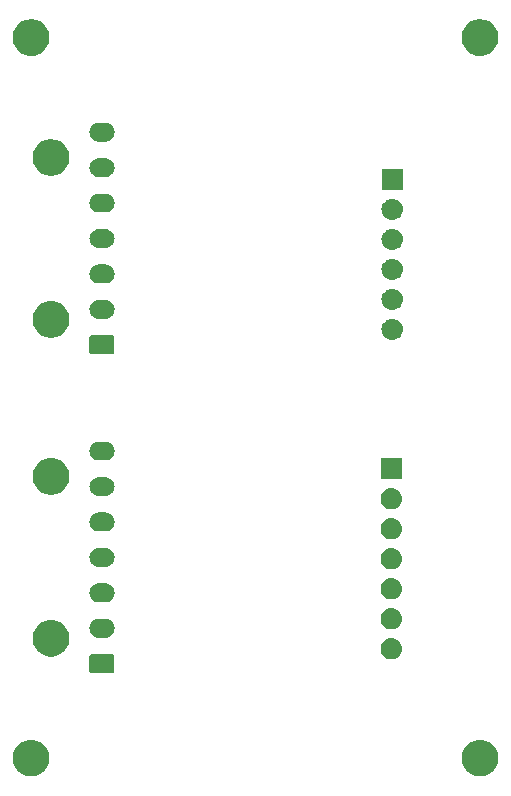
<source format=gbr>
G04 #@! TF.GenerationSoftware,KiCad,Pcbnew,(5.1.4)-1*
G04 #@! TF.CreationDate,2019-11-16T16:56:25-06:00*
G04 #@! TF.ProjectId,ScrutineeringBoard,53637275-7469-46e6-9565-72696e67426f,rev?*
G04 #@! TF.SameCoordinates,Original*
G04 #@! TF.FileFunction,Soldermask,Top*
G04 #@! TF.FilePolarity,Negative*
%FSLAX46Y46*%
G04 Gerber Fmt 4.6, Leading zero omitted, Abs format (unit mm)*
G04 Created by KiCad (PCBNEW (5.1.4)-1) date 2019-11-16 16:56:25*
%MOMM*%
%LPD*%
G04 APERTURE LIST*
%ADD10C,0.100000*%
G04 APERTURE END LIST*
D10*
G36*
X162302585Y-149478802D02*
G01*
X162452410Y-149508604D01*
X162734674Y-149625521D01*
X162988705Y-149795259D01*
X163204741Y-150011295D01*
X163374479Y-150265326D01*
X163491396Y-150547590D01*
X163551000Y-150847240D01*
X163551000Y-151152760D01*
X163491396Y-151452410D01*
X163374479Y-151734674D01*
X163204741Y-151988705D01*
X162988705Y-152204741D01*
X162734674Y-152374479D01*
X162452410Y-152491396D01*
X162302585Y-152521198D01*
X162152761Y-152551000D01*
X161847239Y-152551000D01*
X161697415Y-152521198D01*
X161547590Y-152491396D01*
X161265326Y-152374479D01*
X161011295Y-152204741D01*
X160795259Y-151988705D01*
X160625521Y-151734674D01*
X160508604Y-151452410D01*
X160449000Y-151152760D01*
X160449000Y-150847240D01*
X160508604Y-150547590D01*
X160625521Y-150265326D01*
X160795259Y-150011295D01*
X161011295Y-149795259D01*
X161265326Y-149625521D01*
X161547590Y-149508604D01*
X161697415Y-149478802D01*
X161847239Y-149449000D01*
X162152761Y-149449000D01*
X162302585Y-149478802D01*
X162302585Y-149478802D01*
G37*
G36*
X124302585Y-149478802D02*
G01*
X124452410Y-149508604D01*
X124734674Y-149625521D01*
X124988705Y-149795259D01*
X125204741Y-150011295D01*
X125374479Y-150265326D01*
X125491396Y-150547590D01*
X125551000Y-150847240D01*
X125551000Y-151152760D01*
X125491396Y-151452410D01*
X125374479Y-151734674D01*
X125204741Y-151988705D01*
X124988705Y-152204741D01*
X124734674Y-152374479D01*
X124452410Y-152491396D01*
X124302585Y-152521198D01*
X124152761Y-152551000D01*
X123847239Y-152551000D01*
X123697415Y-152521198D01*
X123547590Y-152491396D01*
X123265326Y-152374479D01*
X123011295Y-152204741D01*
X122795259Y-151988705D01*
X122625521Y-151734674D01*
X122508604Y-151452410D01*
X122449000Y-151152760D01*
X122449000Y-150847240D01*
X122508604Y-150547590D01*
X122625521Y-150265326D01*
X122795259Y-150011295D01*
X123011295Y-149795259D01*
X123265326Y-149625521D01*
X123547590Y-149508604D01*
X123697415Y-149478802D01*
X123847239Y-149449000D01*
X124152761Y-149449000D01*
X124302585Y-149478802D01*
X124302585Y-149478802D01*
G37*
G36*
X130913048Y-142203122D02*
G01*
X130947387Y-142213539D01*
X130979036Y-142230456D01*
X131006778Y-142253222D01*
X131029544Y-142280964D01*
X131046461Y-142312613D01*
X131056878Y-142346952D01*
X131061000Y-142388807D01*
X131061000Y-143611193D01*
X131056878Y-143653048D01*
X131046461Y-143687387D01*
X131029544Y-143719036D01*
X131006778Y-143746778D01*
X130979036Y-143769544D01*
X130947387Y-143786461D01*
X130913048Y-143796878D01*
X130871193Y-143801000D01*
X129128807Y-143801000D01*
X129086952Y-143796878D01*
X129052613Y-143786461D01*
X129020964Y-143769544D01*
X128993222Y-143746778D01*
X128970456Y-143719036D01*
X128953539Y-143687387D01*
X128943122Y-143653048D01*
X128939000Y-143611193D01*
X128939000Y-142388807D01*
X128943122Y-142346952D01*
X128953539Y-142312613D01*
X128970456Y-142280964D01*
X128993222Y-142253222D01*
X129020964Y-142230456D01*
X129052613Y-142213539D01*
X129086952Y-142203122D01*
X129128807Y-142199000D01*
X130871193Y-142199000D01*
X130913048Y-142203122D01*
X130913048Y-142203122D01*
G37*
G36*
X154610443Y-140845519D02*
G01*
X154676627Y-140852037D01*
X154846466Y-140903557D01*
X155002991Y-140987222D01*
X155021924Y-141002760D01*
X155140186Y-141099814D01*
X155223448Y-141201271D01*
X155252778Y-141237009D01*
X155336443Y-141393534D01*
X155387963Y-141563373D01*
X155405359Y-141740000D01*
X155387963Y-141916627D01*
X155336443Y-142086466D01*
X155252778Y-142242991D01*
X155224702Y-142277202D01*
X155140186Y-142380186D01*
X155038729Y-142463448D01*
X155002991Y-142492778D01*
X154846466Y-142576443D01*
X154676627Y-142627963D01*
X154610442Y-142634482D01*
X154544260Y-142641000D01*
X154455740Y-142641000D01*
X154389558Y-142634482D01*
X154323373Y-142627963D01*
X154153534Y-142576443D01*
X153997009Y-142492778D01*
X153961271Y-142463448D01*
X153859814Y-142380186D01*
X153775298Y-142277202D01*
X153747222Y-142242991D01*
X153663557Y-142086466D01*
X153612037Y-141916627D01*
X153594641Y-141740000D01*
X153612037Y-141563373D01*
X153663557Y-141393534D01*
X153747222Y-141237009D01*
X153776552Y-141201271D01*
X153859814Y-141099814D01*
X153978076Y-141002760D01*
X153997009Y-140987222D01*
X154153534Y-140903557D01*
X154323373Y-140852037D01*
X154389557Y-140845519D01*
X154455740Y-140839000D01*
X154544260Y-140839000D01*
X154610443Y-140845519D01*
X154610443Y-140845519D01*
G37*
G36*
X125982585Y-139328802D02*
G01*
X126132410Y-139358604D01*
X126414674Y-139475521D01*
X126668705Y-139645259D01*
X126884741Y-139861295D01*
X127054479Y-140115326D01*
X127171396Y-140397590D01*
X127231000Y-140697240D01*
X127231000Y-141002760D01*
X127171396Y-141302410D01*
X127054479Y-141584674D01*
X126884741Y-141838705D01*
X126668705Y-142054741D01*
X126414674Y-142224479D01*
X126132410Y-142341396D01*
X125982585Y-142371198D01*
X125832761Y-142401000D01*
X125527239Y-142401000D01*
X125377415Y-142371198D01*
X125227590Y-142341396D01*
X124945326Y-142224479D01*
X124691295Y-142054741D01*
X124475259Y-141838705D01*
X124305521Y-141584674D01*
X124188604Y-141302410D01*
X124129000Y-141002760D01*
X124129000Y-140697240D01*
X124188604Y-140397590D01*
X124305521Y-140115326D01*
X124475259Y-139861295D01*
X124691295Y-139645259D01*
X124945326Y-139475521D01*
X125227590Y-139358604D01*
X125377415Y-139328802D01*
X125527239Y-139299000D01*
X125832761Y-139299000D01*
X125982585Y-139328802D01*
X125982585Y-139328802D01*
G37*
G36*
X130338571Y-139202863D02*
G01*
X130417023Y-139210590D01*
X130517682Y-139241125D01*
X130568013Y-139256392D01*
X130707165Y-139330771D01*
X130829133Y-139430867D01*
X130929229Y-139552835D01*
X131003608Y-139691987D01*
X131003608Y-139691988D01*
X131049410Y-139842977D01*
X131064875Y-140000000D01*
X131049410Y-140157023D01*
X131018875Y-140257682D01*
X131003608Y-140308013D01*
X130929229Y-140447165D01*
X130829133Y-140569133D01*
X130707165Y-140669229D01*
X130568013Y-140743608D01*
X130517682Y-140758875D01*
X130417023Y-140789410D01*
X130338571Y-140797137D01*
X130299346Y-140801000D01*
X129700654Y-140801000D01*
X129661429Y-140797137D01*
X129582977Y-140789410D01*
X129482318Y-140758875D01*
X129431987Y-140743608D01*
X129292835Y-140669229D01*
X129170867Y-140569133D01*
X129070771Y-140447165D01*
X128996392Y-140308013D01*
X128981125Y-140257682D01*
X128950590Y-140157023D01*
X128935125Y-140000000D01*
X128950590Y-139842977D01*
X128996392Y-139691988D01*
X128996392Y-139691987D01*
X129070771Y-139552835D01*
X129170867Y-139430867D01*
X129292835Y-139330771D01*
X129431987Y-139256392D01*
X129482318Y-139241125D01*
X129582977Y-139210590D01*
X129661429Y-139202863D01*
X129700654Y-139199000D01*
X130299346Y-139199000D01*
X130338571Y-139202863D01*
X130338571Y-139202863D01*
G37*
G36*
X154610443Y-138305519D02*
G01*
X154676627Y-138312037D01*
X154846466Y-138363557D01*
X155002991Y-138447222D01*
X155038729Y-138476552D01*
X155140186Y-138559814D01*
X155223448Y-138661271D01*
X155252778Y-138697009D01*
X155336443Y-138853534D01*
X155387963Y-139023373D01*
X155405359Y-139200000D01*
X155387963Y-139376627D01*
X155336443Y-139546466D01*
X155252778Y-139702991D01*
X155223448Y-139738729D01*
X155140186Y-139840186D01*
X155038729Y-139923448D01*
X155002991Y-139952778D01*
X154846466Y-140036443D01*
X154676627Y-140087963D01*
X154610442Y-140094482D01*
X154544260Y-140101000D01*
X154455740Y-140101000D01*
X154389558Y-140094482D01*
X154323373Y-140087963D01*
X154153534Y-140036443D01*
X153997009Y-139952778D01*
X153961271Y-139923448D01*
X153859814Y-139840186D01*
X153776552Y-139738729D01*
X153747222Y-139702991D01*
X153663557Y-139546466D01*
X153612037Y-139376627D01*
X153594641Y-139200000D01*
X153612037Y-139023373D01*
X153663557Y-138853534D01*
X153747222Y-138697009D01*
X153776552Y-138661271D01*
X153859814Y-138559814D01*
X153961271Y-138476552D01*
X153997009Y-138447222D01*
X154153534Y-138363557D01*
X154323373Y-138312037D01*
X154389557Y-138305519D01*
X154455740Y-138299000D01*
X154544260Y-138299000D01*
X154610443Y-138305519D01*
X154610443Y-138305519D01*
G37*
G36*
X130338571Y-136202863D02*
G01*
X130417023Y-136210590D01*
X130517682Y-136241125D01*
X130568013Y-136256392D01*
X130707165Y-136330771D01*
X130829133Y-136430867D01*
X130929229Y-136552835D01*
X131003608Y-136691987D01*
X131003608Y-136691988D01*
X131049410Y-136842977D01*
X131064875Y-137000000D01*
X131049410Y-137157023D01*
X131018875Y-137257682D01*
X131003608Y-137308013D01*
X130929229Y-137447165D01*
X130829133Y-137569133D01*
X130707165Y-137669229D01*
X130568013Y-137743608D01*
X130517682Y-137758875D01*
X130417023Y-137789410D01*
X130338571Y-137797137D01*
X130299346Y-137801000D01*
X129700654Y-137801000D01*
X129661429Y-137797137D01*
X129582977Y-137789410D01*
X129482318Y-137758875D01*
X129431987Y-137743608D01*
X129292835Y-137669229D01*
X129170867Y-137569133D01*
X129070771Y-137447165D01*
X128996392Y-137308013D01*
X128981125Y-137257682D01*
X128950590Y-137157023D01*
X128935125Y-137000000D01*
X128950590Y-136842977D01*
X128996392Y-136691988D01*
X128996392Y-136691987D01*
X129070771Y-136552835D01*
X129170867Y-136430867D01*
X129292835Y-136330771D01*
X129431987Y-136256392D01*
X129482318Y-136241125D01*
X129582977Y-136210590D01*
X129661429Y-136202863D01*
X129700654Y-136199000D01*
X130299346Y-136199000D01*
X130338571Y-136202863D01*
X130338571Y-136202863D01*
G37*
G36*
X154610442Y-135765518D02*
G01*
X154676627Y-135772037D01*
X154846466Y-135823557D01*
X155002991Y-135907222D01*
X155038729Y-135936552D01*
X155140186Y-136019814D01*
X155223448Y-136121271D01*
X155252778Y-136157009D01*
X155336443Y-136313534D01*
X155387963Y-136483373D01*
X155405359Y-136660000D01*
X155387963Y-136836627D01*
X155336443Y-137006466D01*
X155252778Y-137162991D01*
X155223448Y-137198729D01*
X155140186Y-137300186D01*
X155038729Y-137383448D01*
X155002991Y-137412778D01*
X154846466Y-137496443D01*
X154676627Y-137547963D01*
X154610443Y-137554481D01*
X154544260Y-137561000D01*
X154455740Y-137561000D01*
X154389557Y-137554481D01*
X154323373Y-137547963D01*
X154153534Y-137496443D01*
X153997009Y-137412778D01*
X153961271Y-137383448D01*
X153859814Y-137300186D01*
X153776552Y-137198729D01*
X153747222Y-137162991D01*
X153663557Y-137006466D01*
X153612037Y-136836627D01*
X153594641Y-136660000D01*
X153612037Y-136483373D01*
X153663557Y-136313534D01*
X153747222Y-136157009D01*
X153776552Y-136121271D01*
X153859814Y-136019814D01*
X153961271Y-135936552D01*
X153997009Y-135907222D01*
X154153534Y-135823557D01*
X154323373Y-135772037D01*
X154389558Y-135765518D01*
X154455740Y-135759000D01*
X154544260Y-135759000D01*
X154610442Y-135765518D01*
X154610442Y-135765518D01*
G37*
G36*
X154610443Y-133225519D02*
G01*
X154676627Y-133232037D01*
X154846466Y-133283557D01*
X155002991Y-133367222D01*
X155038729Y-133396552D01*
X155140186Y-133479814D01*
X155223448Y-133581271D01*
X155252778Y-133617009D01*
X155336443Y-133773534D01*
X155387963Y-133943373D01*
X155405359Y-134120000D01*
X155387963Y-134296627D01*
X155336443Y-134466466D01*
X155252778Y-134622991D01*
X155223448Y-134658729D01*
X155140186Y-134760186D01*
X155038729Y-134843448D01*
X155002991Y-134872778D01*
X154846466Y-134956443D01*
X154676627Y-135007963D01*
X154610443Y-135014481D01*
X154544260Y-135021000D01*
X154455740Y-135021000D01*
X154389557Y-135014481D01*
X154323373Y-135007963D01*
X154153534Y-134956443D01*
X153997009Y-134872778D01*
X153961271Y-134843448D01*
X153859814Y-134760186D01*
X153776552Y-134658729D01*
X153747222Y-134622991D01*
X153663557Y-134466466D01*
X153612037Y-134296627D01*
X153594641Y-134120000D01*
X153612037Y-133943373D01*
X153663557Y-133773534D01*
X153747222Y-133617009D01*
X153776552Y-133581271D01*
X153859814Y-133479814D01*
X153961271Y-133396552D01*
X153997009Y-133367222D01*
X154153534Y-133283557D01*
X154323373Y-133232037D01*
X154389557Y-133225519D01*
X154455740Y-133219000D01*
X154544260Y-133219000D01*
X154610443Y-133225519D01*
X154610443Y-133225519D01*
G37*
G36*
X130338571Y-133202863D02*
G01*
X130417023Y-133210590D01*
X130487724Y-133232037D01*
X130568013Y-133256392D01*
X130707165Y-133330771D01*
X130829133Y-133430867D01*
X130929229Y-133552835D01*
X131003608Y-133691987D01*
X131003608Y-133691988D01*
X131049410Y-133842977D01*
X131064875Y-134000000D01*
X131049410Y-134157023D01*
X131018875Y-134257682D01*
X131003608Y-134308013D01*
X130929229Y-134447165D01*
X130829133Y-134569133D01*
X130707165Y-134669229D01*
X130568013Y-134743608D01*
X130517682Y-134758875D01*
X130417023Y-134789410D01*
X130338571Y-134797137D01*
X130299346Y-134801000D01*
X129700654Y-134801000D01*
X129661429Y-134797137D01*
X129582977Y-134789410D01*
X129482318Y-134758875D01*
X129431987Y-134743608D01*
X129292835Y-134669229D01*
X129170867Y-134569133D01*
X129070771Y-134447165D01*
X128996392Y-134308013D01*
X128981125Y-134257682D01*
X128950590Y-134157023D01*
X128935125Y-134000000D01*
X128950590Y-133842977D01*
X128996392Y-133691988D01*
X128996392Y-133691987D01*
X129070771Y-133552835D01*
X129170867Y-133430867D01*
X129292835Y-133330771D01*
X129431987Y-133256392D01*
X129512276Y-133232037D01*
X129582977Y-133210590D01*
X129661429Y-133202863D01*
X129700654Y-133199000D01*
X130299346Y-133199000D01*
X130338571Y-133202863D01*
X130338571Y-133202863D01*
G37*
G36*
X154610443Y-130685519D02*
G01*
X154676627Y-130692037D01*
X154846466Y-130743557D01*
X155002991Y-130827222D01*
X155038729Y-130856552D01*
X155140186Y-130939814D01*
X155223448Y-131041271D01*
X155252778Y-131077009D01*
X155336443Y-131233534D01*
X155387963Y-131403373D01*
X155405359Y-131580000D01*
X155387963Y-131756627D01*
X155336443Y-131926466D01*
X155252778Y-132082991D01*
X155223448Y-132118729D01*
X155140186Y-132220186D01*
X155038729Y-132303448D01*
X155002991Y-132332778D01*
X154846466Y-132416443D01*
X154676627Y-132467963D01*
X154610443Y-132474481D01*
X154544260Y-132481000D01*
X154455740Y-132481000D01*
X154389557Y-132474481D01*
X154323373Y-132467963D01*
X154153534Y-132416443D01*
X153997009Y-132332778D01*
X153961271Y-132303448D01*
X153859814Y-132220186D01*
X153776552Y-132118729D01*
X153747222Y-132082991D01*
X153663557Y-131926466D01*
X153612037Y-131756627D01*
X153594641Y-131580000D01*
X153612037Y-131403373D01*
X153663557Y-131233534D01*
X153747222Y-131077009D01*
X153776552Y-131041271D01*
X153859814Y-130939814D01*
X153961271Y-130856552D01*
X153997009Y-130827222D01*
X154153534Y-130743557D01*
X154323373Y-130692037D01*
X154389557Y-130685519D01*
X154455740Y-130679000D01*
X154544260Y-130679000D01*
X154610443Y-130685519D01*
X154610443Y-130685519D01*
G37*
G36*
X130338571Y-130202863D02*
G01*
X130417023Y-130210590D01*
X130517682Y-130241125D01*
X130568013Y-130256392D01*
X130707165Y-130330771D01*
X130829133Y-130430867D01*
X130929229Y-130552835D01*
X131003608Y-130691987D01*
X131003608Y-130691988D01*
X131049410Y-130842977D01*
X131064875Y-131000000D01*
X131049410Y-131157023D01*
X131026201Y-131233532D01*
X131003608Y-131308013D01*
X130929229Y-131447165D01*
X130829133Y-131569133D01*
X130707165Y-131669229D01*
X130568013Y-131743608D01*
X130525101Y-131756625D01*
X130417023Y-131789410D01*
X130338571Y-131797137D01*
X130299346Y-131801000D01*
X129700654Y-131801000D01*
X129661429Y-131797137D01*
X129582977Y-131789410D01*
X129474899Y-131756625D01*
X129431987Y-131743608D01*
X129292835Y-131669229D01*
X129170867Y-131569133D01*
X129070771Y-131447165D01*
X128996392Y-131308013D01*
X128973799Y-131233532D01*
X128950590Y-131157023D01*
X128935125Y-131000000D01*
X128950590Y-130842977D01*
X128996392Y-130691988D01*
X128996392Y-130691987D01*
X129070771Y-130552835D01*
X129170867Y-130430867D01*
X129292835Y-130330771D01*
X129431987Y-130256392D01*
X129482318Y-130241125D01*
X129582977Y-130210590D01*
X129661429Y-130202863D01*
X129700654Y-130199000D01*
X130299346Y-130199000D01*
X130338571Y-130202863D01*
X130338571Y-130202863D01*
G37*
G36*
X154610442Y-128145518D02*
G01*
X154676627Y-128152037D01*
X154846466Y-128203557D01*
X155002991Y-128287222D01*
X155028325Y-128308013D01*
X155140186Y-128399814D01*
X155223448Y-128501271D01*
X155252778Y-128537009D01*
X155336443Y-128693534D01*
X155387963Y-128863373D01*
X155405359Y-129040000D01*
X155387963Y-129216627D01*
X155336443Y-129386466D01*
X155252778Y-129542991D01*
X155223448Y-129578729D01*
X155140186Y-129680186D01*
X155038729Y-129763448D01*
X155002991Y-129792778D01*
X154846466Y-129876443D01*
X154676627Y-129927963D01*
X154610442Y-129934482D01*
X154544260Y-129941000D01*
X154455740Y-129941000D01*
X154389558Y-129934482D01*
X154323373Y-129927963D01*
X154153534Y-129876443D01*
X153997009Y-129792778D01*
X153961271Y-129763448D01*
X153859814Y-129680186D01*
X153776552Y-129578729D01*
X153747222Y-129542991D01*
X153663557Y-129386466D01*
X153612037Y-129216627D01*
X153594641Y-129040000D01*
X153612037Y-128863373D01*
X153663557Y-128693534D01*
X153747222Y-128537009D01*
X153776552Y-128501271D01*
X153859814Y-128399814D01*
X153971675Y-128308013D01*
X153997009Y-128287222D01*
X154153534Y-128203557D01*
X154323373Y-128152037D01*
X154389558Y-128145518D01*
X154455740Y-128139000D01*
X154544260Y-128139000D01*
X154610442Y-128145518D01*
X154610442Y-128145518D01*
G37*
G36*
X130338571Y-127202863D02*
G01*
X130417023Y-127210590D01*
X130517682Y-127241125D01*
X130568013Y-127256392D01*
X130707165Y-127330771D01*
X130829133Y-127430867D01*
X130929229Y-127552835D01*
X131003608Y-127691987D01*
X131003608Y-127691988D01*
X131049410Y-127842977D01*
X131064875Y-128000000D01*
X131049410Y-128157023D01*
X131018875Y-128257682D01*
X131003608Y-128308013D01*
X130929229Y-128447165D01*
X130829133Y-128569133D01*
X130707165Y-128669229D01*
X130568013Y-128743608D01*
X130517682Y-128758875D01*
X130417023Y-128789410D01*
X130338571Y-128797137D01*
X130299346Y-128801000D01*
X129700654Y-128801000D01*
X129661429Y-128797137D01*
X129582977Y-128789410D01*
X129482318Y-128758875D01*
X129431987Y-128743608D01*
X129292835Y-128669229D01*
X129170867Y-128569133D01*
X129070771Y-128447165D01*
X128996392Y-128308013D01*
X128981125Y-128257682D01*
X128950590Y-128157023D01*
X128935125Y-128000000D01*
X128950590Y-127842977D01*
X128996392Y-127691988D01*
X128996392Y-127691987D01*
X129070771Y-127552835D01*
X129170867Y-127430867D01*
X129292835Y-127330771D01*
X129431987Y-127256392D01*
X129482318Y-127241125D01*
X129582977Y-127210590D01*
X129661429Y-127202863D01*
X129700654Y-127199000D01*
X130299346Y-127199000D01*
X130338571Y-127202863D01*
X130338571Y-127202863D01*
G37*
G36*
X125982585Y-125628802D02*
G01*
X126132410Y-125658604D01*
X126414674Y-125775521D01*
X126668705Y-125945259D01*
X126884741Y-126161295D01*
X127054479Y-126415326D01*
X127171396Y-126697590D01*
X127231000Y-126997240D01*
X127231000Y-127302760D01*
X127171396Y-127602410D01*
X127054479Y-127884674D01*
X126884741Y-128138705D01*
X126668705Y-128354741D01*
X126414674Y-128524479D01*
X126132410Y-128641396D01*
X125992484Y-128669229D01*
X125832761Y-128701000D01*
X125527239Y-128701000D01*
X125367516Y-128669229D01*
X125227590Y-128641396D01*
X124945326Y-128524479D01*
X124691295Y-128354741D01*
X124475259Y-128138705D01*
X124305521Y-127884674D01*
X124188604Y-127602410D01*
X124129000Y-127302760D01*
X124129000Y-126997240D01*
X124188604Y-126697590D01*
X124305521Y-126415326D01*
X124475259Y-126161295D01*
X124691295Y-125945259D01*
X124945326Y-125775521D01*
X125227590Y-125658604D01*
X125377415Y-125628802D01*
X125527239Y-125599000D01*
X125832761Y-125599000D01*
X125982585Y-125628802D01*
X125982585Y-125628802D01*
G37*
G36*
X155401000Y-127401000D02*
G01*
X153599000Y-127401000D01*
X153599000Y-125599000D01*
X155401000Y-125599000D01*
X155401000Y-127401000D01*
X155401000Y-127401000D01*
G37*
G36*
X130338571Y-124202863D02*
G01*
X130417023Y-124210590D01*
X130517682Y-124241125D01*
X130568013Y-124256392D01*
X130707165Y-124330771D01*
X130829133Y-124430867D01*
X130929229Y-124552835D01*
X131003608Y-124691987D01*
X131003608Y-124691988D01*
X131049410Y-124842977D01*
X131064875Y-125000000D01*
X131049410Y-125157023D01*
X131018875Y-125257682D01*
X131003608Y-125308013D01*
X130929229Y-125447165D01*
X130829133Y-125569133D01*
X130707165Y-125669229D01*
X130568013Y-125743608D01*
X130517682Y-125758875D01*
X130417023Y-125789410D01*
X130338571Y-125797137D01*
X130299346Y-125801000D01*
X129700654Y-125801000D01*
X129661429Y-125797137D01*
X129582977Y-125789410D01*
X129482318Y-125758875D01*
X129431987Y-125743608D01*
X129292835Y-125669229D01*
X129170867Y-125569133D01*
X129070771Y-125447165D01*
X128996392Y-125308013D01*
X128981125Y-125257682D01*
X128950590Y-125157023D01*
X128935125Y-125000000D01*
X128950590Y-124842977D01*
X128996392Y-124691988D01*
X128996392Y-124691987D01*
X129070771Y-124552835D01*
X129170867Y-124430867D01*
X129292835Y-124330771D01*
X129431987Y-124256392D01*
X129482318Y-124241125D01*
X129582977Y-124210590D01*
X129661429Y-124202863D01*
X129700654Y-124199000D01*
X130299346Y-124199000D01*
X130338571Y-124202863D01*
X130338571Y-124202863D01*
G37*
G36*
X130913048Y-115203122D02*
G01*
X130947387Y-115213539D01*
X130979036Y-115230456D01*
X131006778Y-115253222D01*
X131029544Y-115280964D01*
X131046461Y-115312613D01*
X131056878Y-115346952D01*
X131061000Y-115388807D01*
X131061000Y-116611193D01*
X131056878Y-116653048D01*
X131046461Y-116687387D01*
X131029544Y-116719036D01*
X131006778Y-116746778D01*
X130979036Y-116769544D01*
X130947387Y-116786461D01*
X130913048Y-116796878D01*
X130871193Y-116801000D01*
X129128807Y-116801000D01*
X129086952Y-116796878D01*
X129052613Y-116786461D01*
X129020964Y-116769544D01*
X128993222Y-116746778D01*
X128970456Y-116719036D01*
X128953539Y-116687387D01*
X128943122Y-116653048D01*
X128939000Y-116611193D01*
X128939000Y-115388807D01*
X128943122Y-115346952D01*
X128953539Y-115312613D01*
X128970456Y-115280964D01*
X128993222Y-115253222D01*
X129020964Y-115230456D01*
X129052613Y-115213539D01*
X129086952Y-115203122D01*
X129128807Y-115199000D01*
X130871193Y-115199000D01*
X130913048Y-115203122D01*
X130913048Y-115203122D01*
G37*
G36*
X154680443Y-113805519D02*
G01*
X154746627Y-113812037D01*
X154916466Y-113863557D01*
X155072991Y-113947222D01*
X155108729Y-113976552D01*
X155210186Y-114059814D01*
X155293448Y-114161271D01*
X155322778Y-114197009D01*
X155406443Y-114353534D01*
X155457963Y-114523373D01*
X155475359Y-114700000D01*
X155457963Y-114876627D01*
X155406443Y-115046466D01*
X155322778Y-115202991D01*
X155305143Y-115224479D01*
X155210186Y-115340186D01*
X155120350Y-115413911D01*
X155072991Y-115452778D01*
X154916466Y-115536443D01*
X154746627Y-115587963D01*
X154680442Y-115594482D01*
X154614260Y-115601000D01*
X154525740Y-115601000D01*
X154459558Y-115594482D01*
X154393373Y-115587963D01*
X154223534Y-115536443D01*
X154067009Y-115452778D01*
X154019650Y-115413911D01*
X153929814Y-115340186D01*
X153834857Y-115224479D01*
X153817222Y-115202991D01*
X153733557Y-115046466D01*
X153682037Y-114876627D01*
X153664641Y-114700000D01*
X153682037Y-114523373D01*
X153733557Y-114353534D01*
X153817222Y-114197009D01*
X153846552Y-114161271D01*
X153929814Y-114059814D01*
X154031271Y-113976552D01*
X154067009Y-113947222D01*
X154223534Y-113863557D01*
X154393373Y-113812037D01*
X154459557Y-113805519D01*
X154525740Y-113799000D01*
X154614260Y-113799000D01*
X154680443Y-113805519D01*
X154680443Y-113805519D01*
G37*
G36*
X125982585Y-112328802D02*
G01*
X126132410Y-112358604D01*
X126414674Y-112475521D01*
X126668705Y-112645259D01*
X126884741Y-112861295D01*
X127054479Y-113115326D01*
X127171396Y-113397590D01*
X127231000Y-113697240D01*
X127231000Y-114002760D01*
X127171396Y-114302410D01*
X127054479Y-114584674D01*
X126884741Y-114838705D01*
X126668705Y-115054741D01*
X126414674Y-115224479D01*
X126132410Y-115341396D01*
X125982585Y-115371198D01*
X125832761Y-115401000D01*
X125527239Y-115401000D01*
X125377415Y-115371198D01*
X125227590Y-115341396D01*
X124945326Y-115224479D01*
X124691295Y-115054741D01*
X124475259Y-114838705D01*
X124305521Y-114584674D01*
X124188604Y-114302410D01*
X124129000Y-114002760D01*
X124129000Y-113697240D01*
X124188604Y-113397590D01*
X124305521Y-113115326D01*
X124475259Y-112861295D01*
X124691295Y-112645259D01*
X124945326Y-112475521D01*
X125227590Y-112358604D01*
X125377415Y-112328802D01*
X125527239Y-112299000D01*
X125832761Y-112299000D01*
X125982585Y-112328802D01*
X125982585Y-112328802D01*
G37*
G36*
X130338571Y-112202863D02*
G01*
X130417023Y-112210590D01*
X130517682Y-112241125D01*
X130568013Y-112256392D01*
X130707165Y-112330771D01*
X130829133Y-112430867D01*
X130929229Y-112552835D01*
X131003608Y-112691987D01*
X131003608Y-112691988D01*
X131049410Y-112842977D01*
X131064875Y-113000000D01*
X131049410Y-113157023D01*
X131018875Y-113257682D01*
X131003608Y-113308013D01*
X130929229Y-113447165D01*
X130829133Y-113569133D01*
X130707165Y-113669229D01*
X130568013Y-113743608D01*
X130517682Y-113758875D01*
X130417023Y-113789410D01*
X130338571Y-113797137D01*
X130299346Y-113801000D01*
X129700654Y-113801000D01*
X129661429Y-113797137D01*
X129582977Y-113789410D01*
X129482318Y-113758875D01*
X129431987Y-113743608D01*
X129292835Y-113669229D01*
X129170867Y-113569133D01*
X129070771Y-113447165D01*
X128996392Y-113308013D01*
X128981125Y-113257682D01*
X128950590Y-113157023D01*
X128935125Y-113000000D01*
X128950590Y-112842977D01*
X128996392Y-112691988D01*
X128996392Y-112691987D01*
X129070771Y-112552835D01*
X129170867Y-112430867D01*
X129292835Y-112330771D01*
X129431987Y-112256392D01*
X129482318Y-112241125D01*
X129582977Y-112210590D01*
X129661429Y-112202863D01*
X129700654Y-112199000D01*
X130299346Y-112199000D01*
X130338571Y-112202863D01*
X130338571Y-112202863D01*
G37*
G36*
X154680443Y-111265519D02*
G01*
X154746627Y-111272037D01*
X154916466Y-111323557D01*
X155072991Y-111407222D01*
X155108729Y-111436552D01*
X155210186Y-111519814D01*
X155293448Y-111621271D01*
X155322778Y-111657009D01*
X155406443Y-111813534D01*
X155457963Y-111983373D01*
X155475359Y-112160000D01*
X155457963Y-112336627D01*
X155406443Y-112506466D01*
X155322778Y-112662991D01*
X155293448Y-112698729D01*
X155210186Y-112800186D01*
X155135723Y-112861295D01*
X155072991Y-112912778D01*
X154916466Y-112996443D01*
X154746627Y-113047963D01*
X154680443Y-113054481D01*
X154614260Y-113061000D01*
X154525740Y-113061000D01*
X154459557Y-113054481D01*
X154393373Y-113047963D01*
X154223534Y-112996443D01*
X154067009Y-112912778D01*
X154004277Y-112861295D01*
X153929814Y-112800186D01*
X153846552Y-112698729D01*
X153817222Y-112662991D01*
X153733557Y-112506466D01*
X153682037Y-112336627D01*
X153664641Y-112160000D01*
X153682037Y-111983373D01*
X153733557Y-111813534D01*
X153817222Y-111657009D01*
X153846552Y-111621271D01*
X153929814Y-111519814D01*
X154031271Y-111436552D01*
X154067009Y-111407222D01*
X154223534Y-111323557D01*
X154393373Y-111272037D01*
X154459557Y-111265519D01*
X154525740Y-111259000D01*
X154614260Y-111259000D01*
X154680443Y-111265519D01*
X154680443Y-111265519D01*
G37*
G36*
X130338571Y-109202863D02*
G01*
X130417023Y-109210590D01*
X130517682Y-109241125D01*
X130568013Y-109256392D01*
X130707165Y-109330771D01*
X130829133Y-109430867D01*
X130929229Y-109552835D01*
X131003608Y-109691987D01*
X131003608Y-109691988D01*
X131049410Y-109842977D01*
X131064875Y-110000000D01*
X131049410Y-110157023D01*
X131018875Y-110257682D01*
X131003608Y-110308013D01*
X130929229Y-110447165D01*
X130829133Y-110569133D01*
X130707165Y-110669229D01*
X130568013Y-110743608D01*
X130517682Y-110758875D01*
X130417023Y-110789410D01*
X130338571Y-110797137D01*
X130299346Y-110801000D01*
X129700654Y-110801000D01*
X129661429Y-110797137D01*
X129582977Y-110789410D01*
X129482318Y-110758875D01*
X129431987Y-110743608D01*
X129292835Y-110669229D01*
X129170867Y-110569133D01*
X129070771Y-110447165D01*
X128996392Y-110308013D01*
X128981125Y-110257682D01*
X128950590Y-110157023D01*
X128935125Y-110000000D01*
X128950590Y-109842977D01*
X128996392Y-109691988D01*
X128996392Y-109691987D01*
X129070771Y-109552835D01*
X129170867Y-109430867D01*
X129292835Y-109330771D01*
X129431987Y-109256392D01*
X129482318Y-109241125D01*
X129582977Y-109210590D01*
X129661429Y-109202863D01*
X129700654Y-109199000D01*
X130299346Y-109199000D01*
X130338571Y-109202863D01*
X130338571Y-109202863D01*
G37*
G36*
X154680442Y-108725518D02*
G01*
X154746627Y-108732037D01*
X154916466Y-108783557D01*
X155072991Y-108867222D01*
X155108729Y-108896552D01*
X155210186Y-108979814D01*
X155293448Y-109081271D01*
X155322778Y-109117009D01*
X155406443Y-109273534D01*
X155457963Y-109443373D01*
X155475359Y-109620000D01*
X155457963Y-109796627D01*
X155406443Y-109966466D01*
X155322778Y-110122991D01*
X155294850Y-110157021D01*
X155210186Y-110260186D01*
X155108729Y-110343448D01*
X155072991Y-110372778D01*
X154916466Y-110456443D01*
X154746627Y-110507963D01*
X154680442Y-110514482D01*
X154614260Y-110521000D01*
X154525740Y-110521000D01*
X154459558Y-110514482D01*
X154393373Y-110507963D01*
X154223534Y-110456443D01*
X154067009Y-110372778D01*
X154031271Y-110343448D01*
X153929814Y-110260186D01*
X153845150Y-110157021D01*
X153817222Y-110122991D01*
X153733557Y-109966466D01*
X153682037Y-109796627D01*
X153664641Y-109620000D01*
X153682037Y-109443373D01*
X153733557Y-109273534D01*
X153817222Y-109117009D01*
X153846552Y-109081271D01*
X153929814Y-108979814D01*
X154031271Y-108896552D01*
X154067009Y-108867222D01*
X154223534Y-108783557D01*
X154393373Y-108732037D01*
X154459558Y-108725518D01*
X154525740Y-108719000D01*
X154614260Y-108719000D01*
X154680442Y-108725518D01*
X154680442Y-108725518D01*
G37*
G36*
X154680443Y-106185519D02*
G01*
X154746627Y-106192037D01*
X154916466Y-106243557D01*
X154916468Y-106243558D01*
X154994728Y-106285389D01*
X155072991Y-106327222D01*
X155077315Y-106330771D01*
X155210186Y-106439814D01*
X155293448Y-106541271D01*
X155322778Y-106577009D01*
X155322779Y-106577011D01*
X155384236Y-106691987D01*
X155406443Y-106733534D01*
X155457963Y-106903373D01*
X155475359Y-107080000D01*
X155457963Y-107256627D01*
X155406443Y-107426466D01*
X155322778Y-107582991D01*
X155293448Y-107618729D01*
X155210186Y-107720186D01*
X155125835Y-107789410D01*
X155072991Y-107832778D01*
X154916466Y-107916443D01*
X154746627Y-107967963D01*
X154680443Y-107974481D01*
X154614260Y-107981000D01*
X154525740Y-107981000D01*
X154459557Y-107974481D01*
X154393373Y-107967963D01*
X154223534Y-107916443D01*
X154067009Y-107832778D01*
X154014165Y-107789410D01*
X153929814Y-107720186D01*
X153846552Y-107618729D01*
X153817222Y-107582991D01*
X153733557Y-107426466D01*
X153682037Y-107256627D01*
X153664641Y-107080000D01*
X153682037Y-106903373D01*
X153733557Y-106733534D01*
X153755765Y-106691987D01*
X153817221Y-106577011D01*
X153817222Y-106577009D01*
X153846552Y-106541271D01*
X153929814Y-106439814D01*
X154062685Y-106330771D01*
X154067009Y-106327222D01*
X154145272Y-106285389D01*
X154223532Y-106243558D01*
X154223534Y-106243557D01*
X154393373Y-106192037D01*
X154459557Y-106185519D01*
X154525740Y-106179000D01*
X154614260Y-106179000D01*
X154680443Y-106185519D01*
X154680443Y-106185519D01*
G37*
G36*
X130338571Y-106202863D02*
G01*
X130417023Y-106210590D01*
X130517682Y-106241125D01*
X130568013Y-106256392D01*
X130707165Y-106330771D01*
X130829133Y-106430867D01*
X130929229Y-106552835D01*
X131003608Y-106691987D01*
X131003608Y-106691988D01*
X131049410Y-106842977D01*
X131064875Y-107000000D01*
X131049410Y-107157023D01*
X131019196Y-107256625D01*
X131003608Y-107308013D01*
X130929229Y-107447165D01*
X130829133Y-107569133D01*
X130707165Y-107669229D01*
X130568013Y-107743608D01*
X130517682Y-107758875D01*
X130417023Y-107789410D01*
X130338571Y-107797137D01*
X130299346Y-107801000D01*
X129700654Y-107801000D01*
X129661429Y-107797137D01*
X129582977Y-107789410D01*
X129482318Y-107758875D01*
X129431987Y-107743608D01*
X129292835Y-107669229D01*
X129170867Y-107569133D01*
X129070771Y-107447165D01*
X128996392Y-107308013D01*
X128980804Y-107256625D01*
X128950590Y-107157023D01*
X128935125Y-107000000D01*
X128950590Y-106842977D01*
X128996392Y-106691988D01*
X128996392Y-106691987D01*
X129070771Y-106552835D01*
X129170867Y-106430867D01*
X129292835Y-106330771D01*
X129431987Y-106256392D01*
X129482318Y-106241125D01*
X129582977Y-106210590D01*
X129661429Y-106202863D01*
X129700654Y-106199000D01*
X130299346Y-106199000D01*
X130338571Y-106202863D01*
X130338571Y-106202863D01*
G37*
G36*
X154680442Y-103645518D02*
G01*
X154746627Y-103652037D01*
X154916466Y-103703557D01*
X155072991Y-103787222D01*
X155108729Y-103816552D01*
X155210186Y-103899814D01*
X155292405Y-104000000D01*
X155322778Y-104037009D01*
X155406443Y-104193534D01*
X155457963Y-104363373D01*
X155475359Y-104540000D01*
X155457963Y-104716627D01*
X155406443Y-104886466D01*
X155322778Y-105042991D01*
X155293448Y-105078729D01*
X155210186Y-105180186D01*
X155108729Y-105263448D01*
X155072991Y-105292778D01*
X154916466Y-105376443D01*
X154746627Y-105427963D01*
X154680443Y-105434481D01*
X154614260Y-105441000D01*
X154525740Y-105441000D01*
X154459557Y-105434481D01*
X154393373Y-105427963D01*
X154223534Y-105376443D01*
X154067009Y-105292778D01*
X154031271Y-105263448D01*
X153929814Y-105180186D01*
X153846552Y-105078729D01*
X153817222Y-105042991D01*
X153733557Y-104886466D01*
X153682037Y-104716627D01*
X153664641Y-104540000D01*
X153682037Y-104363373D01*
X153733557Y-104193534D01*
X153817222Y-104037009D01*
X153847595Y-104000000D01*
X153929814Y-103899814D01*
X154031271Y-103816552D01*
X154067009Y-103787222D01*
X154223534Y-103703557D01*
X154393373Y-103652037D01*
X154459558Y-103645518D01*
X154525740Y-103639000D01*
X154614260Y-103639000D01*
X154680442Y-103645518D01*
X154680442Y-103645518D01*
G37*
G36*
X130338571Y-103202863D02*
G01*
X130417023Y-103210590D01*
X130517682Y-103241125D01*
X130568013Y-103256392D01*
X130707165Y-103330771D01*
X130829133Y-103430867D01*
X130929229Y-103552835D01*
X131003608Y-103691987D01*
X131007118Y-103703558D01*
X131049410Y-103842977D01*
X131064875Y-104000000D01*
X131049410Y-104157023D01*
X131018875Y-104257682D01*
X131003608Y-104308013D01*
X130929229Y-104447165D01*
X130829133Y-104569133D01*
X130707165Y-104669229D01*
X130568013Y-104743608D01*
X130517682Y-104758875D01*
X130417023Y-104789410D01*
X130338571Y-104797137D01*
X130299346Y-104801000D01*
X129700654Y-104801000D01*
X129661429Y-104797137D01*
X129582977Y-104789410D01*
X129482318Y-104758875D01*
X129431987Y-104743608D01*
X129292835Y-104669229D01*
X129170867Y-104569133D01*
X129070771Y-104447165D01*
X128996392Y-104308013D01*
X128981125Y-104257682D01*
X128950590Y-104157023D01*
X128935125Y-104000000D01*
X128950590Y-103842977D01*
X128992882Y-103703558D01*
X128996392Y-103691987D01*
X129070771Y-103552835D01*
X129170867Y-103430867D01*
X129292835Y-103330771D01*
X129431987Y-103256392D01*
X129482318Y-103241125D01*
X129582977Y-103210590D01*
X129661429Y-103202863D01*
X129700654Y-103199000D01*
X130299346Y-103199000D01*
X130338571Y-103202863D01*
X130338571Y-103202863D01*
G37*
G36*
X155471000Y-102901000D02*
G01*
X153669000Y-102901000D01*
X153669000Y-101099000D01*
X155471000Y-101099000D01*
X155471000Y-102901000D01*
X155471000Y-102901000D01*
G37*
G36*
X130338571Y-100202863D02*
G01*
X130417023Y-100210590D01*
X130517682Y-100241125D01*
X130568013Y-100256392D01*
X130707165Y-100330771D01*
X130829133Y-100430867D01*
X130929229Y-100552835D01*
X131003608Y-100691987D01*
X131003608Y-100691988D01*
X131049410Y-100842977D01*
X131064875Y-101000000D01*
X131049410Y-101157023D01*
X131018875Y-101257682D01*
X131003608Y-101308013D01*
X130929229Y-101447165D01*
X130829133Y-101569133D01*
X130707165Y-101669229D01*
X130568013Y-101743608D01*
X130517682Y-101758875D01*
X130417023Y-101789410D01*
X130338571Y-101797137D01*
X130299346Y-101801000D01*
X129700654Y-101801000D01*
X129661429Y-101797137D01*
X129582977Y-101789410D01*
X129482318Y-101758875D01*
X129431987Y-101743608D01*
X129292835Y-101669229D01*
X129170867Y-101569133D01*
X129070771Y-101447165D01*
X128996392Y-101308013D01*
X128981125Y-101257682D01*
X128950590Y-101157023D01*
X128935125Y-101000000D01*
X128950590Y-100842977D01*
X128996392Y-100691988D01*
X128996392Y-100691987D01*
X129070771Y-100552835D01*
X129170867Y-100430867D01*
X129292835Y-100330771D01*
X129431987Y-100256392D01*
X129482318Y-100241125D01*
X129582977Y-100210590D01*
X129661429Y-100202863D01*
X129700654Y-100199000D01*
X130299346Y-100199000D01*
X130338571Y-100202863D01*
X130338571Y-100202863D01*
G37*
G36*
X125982585Y-98628802D02*
G01*
X126132410Y-98658604D01*
X126414674Y-98775521D01*
X126668705Y-98945259D01*
X126884741Y-99161295D01*
X127054479Y-99415326D01*
X127171396Y-99697590D01*
X127231000Y-99997240D01*
X127231000Y-100302760D01*
X127171396Y-100602410D01*
X127054479Y-100884674D01*
X126884741Y-101138705D01*
X126668705Y-101354741D01*
X126414674Y-101524479D01*
X126132410Y-101641396D01*
X125992484Y-101669229D01*
X125832761Y-101701000D01*
X125527239Y-101701000D01*
X125367516Y-101669229D01*
X125227590Y-101641396D01*
X124945326Y-101524479D01*
X124691295Y-101354741D01*
X124475259Y-101138705D01*
X124305521Y-100884674D01*
X124188604Y-100602410D01*
X124129000Y-100302760D01*
X124129000Y-99997240D01*
X124188604Y-99697590D01*
X124305521Y-99415326D01*
X124475259Y-99161295D01*
X124691295Y-98945259D01*
X124945326Y-98775521D01*
X125227590Y-98658604D01*
X125377415Y-98628802D01*
X125527239Y-98599000D01*
X125832761Y-98599000D01*
X125982585Y-98628802D01*
X125982585Y-98628802D01*
G37*
G36*
X130338571Y-97202863D02*
G01*
X130417023Y-97210590D01*
X130517682Y-97241125D01*
X130568013Y-97256392D01*
X130707165Y-97330771D01*
X130829133Y-97430867D01*
X130929229Y-97552835D01*
X131003608Y-97691987D01*
X131003608Y-97691988D01*
X131049410Y-97842977D01*
X131064875Y-98000000D01*
X131049410Y-98157023D01*
X131018875Y-98257682D01*
X131003608Y-98308013D01*
X130929229Y-98447165D01*
X130829133Y-98569133D01*
X130707165Y-98669229D01*
X130568013Y-98743608D01*
X130517682Y-98758875D01*
X130417023Y-98789410D01*
X130338571Y-98797137D01*
X130299346Y-98801000D01*
X129700654Y-98801000D01*
X129661429Y-98797137D01*
X129582977Y-98789410D01*
X129482318Y-98758875D01*
X129431987Y-98743608D01*
X129292835Y-98669229D01*
X129170867Y-98569133D01*
X129070771Y-98447165D01*
X128996392Y-98308013D01*
X128981125Y-98257682D01*
X128950590Y-98157023D01*
X128935125Y-98000000D01*
X128950590Y-97842977D01*
X128996392Y-97691988D01*
X128996392Y-97691987D01*
X129070771Y-97552835D01*
X129170867Y-97430867D01*
X129292835Y-97330771D01*
X129431987Y-97256392D01*
X129482318Y-97241125D01*
X129582977Y-97210590D01*
X129661429Y-97202863D01*
X129700654Y-97199000D01*
X130299346Y-97199000D01*
X130338571Y-97202863D01*
X130338571Y-97202863D01*
G37*
G36*
X124302585Y-88478802D02*
G01*
X124452410Y-88508604D01*
X124734674Y-88625521D01*
X124988705Y-88795259D01*
X125204741Y-89011295D01*
X125374479Y-89265326D01*
X125491396Y-89547590D01*
X125551000Y-89847240D01*
X125551000Y-90152760D01*
X125491396Y-90452410D01*
X125374479Y-90734674D01*
X125204741Y-90988705D01*
X124988705Y-91204741D01*
X124734674Y-91374479D01*
X124452410Y-91491396D01*
X124302585Y-91521198D01*
X124152761Y-91551000D01*
X123847239Y-91551000D01*
X123697415Y-91521198D01*
X123547590Y-91491396D01*
X123265326Y-91374479D01*
X123011295Y-91204741D01*
X122795259Y-90988705D01*
X122625521Y-90734674D01*
X122508604Y-90452410D01*
X122449000Y-90152760D01*
X122449000Y-89847240D01*
X122508604Y-89547590D01*
X122625521Y-89265326D01*
X122795259Y-89011295D01*
X123011295Y-88795259D01*
X123265326Y-88625521D01*
X123547590Y-88508604D01*
X123697415Y-88478802D01*
X123847239Y-88449000D01*
X124152761Y-88449000D01*
X124302585Y-88478802D01*
X124302585Y-88478802D01*
G37*
G36*
X162302585Y-88478802D02*
G01*
X162452410Y-88508604D01*
X162734674Y-88625521D01*
X162988705Y-88795259D01*
X163204741Y-89011295D01*
X163374479Y-89265326D01*
X163491396Y-89547590D01*
X163551000Y-89847240D01*
X163551000Y-90152760D01*
X163491396Y-90452410D01*
X163374479Y-90734674D01*
X163204741Y-90988705D01*
X162988705Y-91204741D01*
X162734674Y-91374479D01*
X162452410Y-91491396D01*
X162302585Y-91521198D01*
X162152761Y-91551000D01*
X161847239Y-91551000D01*
X161697415Y-91521198D01*
X161547590Y-91491396D01*
X161265326Y-91374479D01*
X161011295Y-91204741D01*
X160795259Y-90988705D01*
X160625521Y-90734674D01*
X160508604Y-90452410D01*
X160449000Y-90152760D01*
X160449000Y-89847240D01*
X160508604Y-89547590D01*
X160625521Y-89265326D01*
X160795259Y-89011295D01*
X161011295Y-88795259D01*
X161265326Y-88625521D01*
X161547590Y-88508604D01*
X161697415Y-88478802D01*
X161847239Y-88449000D01*
X162152761Y-88449000D01*
X162302585Y-88478802D01*
X162302585Y-88478802D01*
G37*
M02*

</source>
